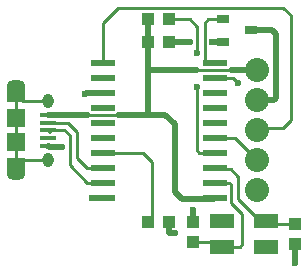
<source format=gtl>
G04 DipTrace 2.4.0.1*
%INinterface.front.gtl*%
%MOIN*%
%ADD13C,0.02*%
%ADD14C,0.01*%
%ADD16R,0.0787X0.0236*%
%ADD17R,0.0787X0.0472*%
%ADD18R,0.0394X0.0433*%
%ADD19R,0.0433X0.0394*%
%ADD20R,0.0531X0.0157*%
%ADD21O,0.0374X0.0492*%
%ADD22O,0.061X0.0394*%
%ADD23R,0.061X0.0571*%
%ADD24R,0.061X0.0591*%
%ADD25C,0.08*%
%ADD27R,0.0413X0.0256*%
%ADD29C,0.0236*%
%FSLAX44Y44*%
G04*
G70*
G90*
G75*
G01*
%LNTop*%
%LPD*%
X5600Y10749D2*
D13*
X6937D1*
D14*
X7937D1*
D13*
X8937D1*
X9500D1*
X9812Y10437D1*
Y8187D1*
X10062Y7937D1*
X11088D1*
X11138Y7987D1*
X8937Y13937D2*
Y13187D1*
Y12237D1*
Y10749D1*
X12562Y12237D2*
X11687D1*
D14*
X10562D1*
D13*
X8937D1*
X11138Y9987D2*
D14*
X11812D1*
X12562Y9237D1*
X5650Y10187D2*
X5600Y10237D1*
X6137D1*
X6312Y10062D1*
Y9062D1*
X6887Y8487D1*
X7437D1*
X5600Y10493D2*
X6256D1*
X6562Y10187D1*
Y9312D1*
X6887Y8987D1*
X7437D1*
X11437Y13189D2*
D13*
X11064D1*
X6062Y9687D2*
X5638D1*
X5600Y9725D1*
X7437Y7987D2*
X7062D1*
X9606Y7187D2*
Y6812D1*
X9812D1*
X9606Y13187D2*
X10312Y13189D1*
X10437Y7187D2*
Y7562D1*
X13812Y6437D2*
Y5812D1*
X7437Y11487D2*
X6862D1*
X6812Y11437D1*
X11138Y11987D2*
D14*
X11762D1*
X11937Y11812D1*
X10437Y6518D2*
X11240D1*
X11401Y6357D1*
X11138Y8487D2*
X11637D1*
X11687Y8437D1*
Y7812D1*
X12062Y7437D1*
Y6437D1*
X11982Y6357D1*
X11401D1*
X13812Y7106D2*
X12974D1*
X12857Y7223D1*
X12651D1*
X11937Y7937D1*
Y8687D1*
X11687Y8937D1*
X11188D1*
X11138Y8987D1*
X7437Y9487D2*
X8762D1*
X9062Y9187D1*
Y7312D1*
X8937Y7187D1*
X11138Y9487D2*
X10637D1*
X10562Y9562D1*
Y11687D1*
Y12812D2*
Y13687D1*
X10312Y13937D1*
X9606D1*
X12562Y11237D2*
D13*
X13112D1*
X13187Y11312D1*
Y13437D1*
X13062Y13562D1*
X12344D1*
X12343Y13563D1*
X11437Y13937D2*
D14*
X10937D1*
X10812Y13812D1*
Y12562D1*
X10937Y12437D1*
X11088D1*
X11138Y12487D1*
X5600Y11221D2*
X4744D1*
X4537Y11428D1*
X5600Y9253D2*
X4744D1*
X4537Y9046D1*
Y11428D2*
Y10631D1*
Y9843D1*
Y9046D1*
Y8761D2*
Y9046D1*
Y11713D2*
Y11428D1*
X7437Y12487D2*
Y13812D1*
X7937Y14312D1*
X13437D1*
X13687Y14062D1*
Y10562D1*
X13437Y10312D1*
X12637D1*
X12562Y10237D1*
D29*
X11064Y13189D3*
X6062Y9687D3*
X7062Y7987D3*
X9812Y6812D3*
X7062Y7987D3*
X10312Y13189D3*
X10437Y7562D3*
X13812Y5812D3*
X9812Y6812D3*
X6812Y11437D3*
X11937Y11812D3*
X10562Y11687D3*
Y12812D3*
D16*
X11138Y7987D3*
Y8487D3*
Y8987D3*
Y9487D3*
Y9987D3*
Y10487D3*
Y10987D3*
Y11487D3*
Y11987D3*
Y12487D3*
X7437D3*
Y11987D3*
Y11487D3*
Y10987D3*
Y10487D3*
Y9987D3*
Y9487D3*
Y8987D3*
Y8487D3*
Y7987D3*
D17*
X12857Y7223D3*
X11401D3*
Y6357D3*
X12857D3*
D18*
X10437Y7187D3*
Y6518D3*
X13812Y6437D3*
Y7106D3*
D19*
X8937Y7187D3*
X9606D3*
X8937Y13187D3*
X9606D3*
D20*
X5600Y10749D3*
Y10493D3*
Y10237D3*
Y9981D3*
Y9725D3*
D21*
Y11221D3*
Y9253D3*
D22*
X4537Y11713D3*
Y8761D3*
D23*
Y11428D3*
Y9046D3*
D24*
Y10631D3*
Y9843D3*
D19*
X9606Y13937D3*
X8937D3*
D25*
X12562Y12237D3*
Y11237D3*
Y10237D3*
Y9237D3*
Y8237D3*
D27*
X11437Y13937D3*
Y13189D3*
X12343Y13563D3*
M02*

</source>
